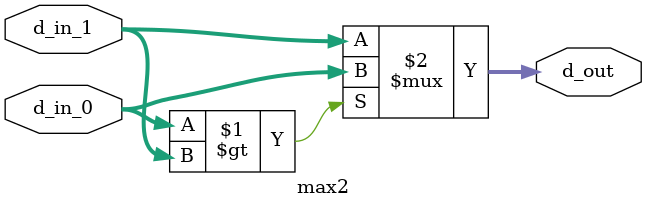
<source format=v>
module max2
(
	input [31:0] d_in_0,
	input [31:0] d_in_1,
	output [31:0] d_out
);
	
	assign d_out = ($signed(d_in_0) > $signed(d_in_1) ? (d_in_0) : (d_in_1));
endmodule

</source>
